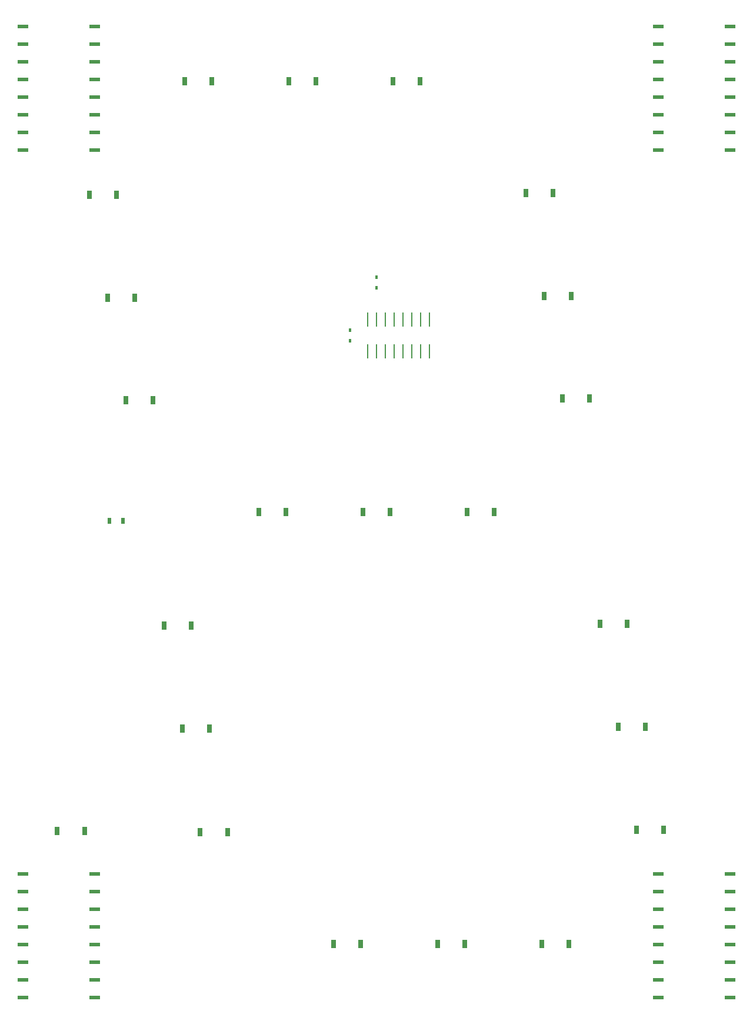
<source format=gtp>
G04 #@! TF.FileFunction,Paste,Top*
%FSLAX45Y45*%
G04 Gerber Fmt 4.5, Leading zero omitted, Abs format (unit mm)*
G04 Created by KiCad (PCBNEW (2015-01-16 BZR 5376)-product) date 3/22/2015 17:44:56*
%MOMM*%
G01*
G04 APERTURE LIST*
%ADD10C,0.254000*%
%ADD11R,0.793600X1.193600*%
%ADD12R,1.498600X0.609600*%
%ADD13R,0.445200X0.495200*%
%ADD14R,0.593600X0.843600*%
%ADD15R,0.254000X2.133600*%
G04 APERTURE END LIST*
D10*
D11*
X8943948Y6009653D03*
X8553948Y6009653D03*
D12*
X247650Y635000D03*
X247650Y889000D03*
X247650Y1143000D03*
X247650Y1397000D03*
X247650Y1651000D03*
X247650Y1905000D03*
X247650Y2159000D03*
X247650Y2413000D03*
X1276350Y635000D03*
X1276350Y889000D03*
X1276350Y1143000D03*
X1276350Y1397000D03*
X1276350Y1651000D03*
X1276350Y1905000D03*
X1276350Y2159000D03*
X1276350Y2413000D03*
D13*
X4953000Y10235000D03*
X4953000Y10085000D03*
D14*
X1487500Y7493000D03*
X1687500Y7493000D03*
D12*
X10420350Y14605000D03*
X10420350Y14351000D03*
X10420350Y14097000D03*
X10420350Y13843000D03*
X10420350Y13589000D03*
X10420350Y13335000D03*
X10420350Y13081000D03*
X10420350Y12827000D03*
X9391650Y14605000D03*
X9391650Y14351000D03*
X9391650Y14097000D03*
X9391650Y13843000D03*
X9391650Y13589000D03*
X9391650Y13335000D03*
X9391650Y13081000D03*
X9391650Y12827000D03*
X10420350Y2413000D03*
X10420350Y2159000D03*
X10420350Y1905000D03*
X10420350Y1651000D03*
X10420350Y1397000D03*
X10420350Y1143000D03*
X10420350Y889000D03*
X10420350Y635000D03*
X9391650Y2413000D03*
X9391650Y2159000D03*
X9391650Y1905000D03*
X9391650Y1651000D03*
X9391650Y1397000D03*
X9391650Y1143000D03*
X9391650Y889000D03*
X9391650Y635000D03*
X247650Y12827000D03*
X247650Y13081000D03*
X247650Y13335000D03*
X247650Y13589000D03*
X247650Y13843000D03*
X247650Y14097000D03*
X247650Y14351000D03*
X247650Y14605000D03*
X1276350Y12827000D03*
X1276350Y13081000D03*
X1276350Y13335000D03*
X1276350Y13589000D03*
X1276350Y13843000D03*
X1276350Y14097000D03*
X1276350Y14351000D03*
X1276350Y14605000D03*
D13*
X5334000Y10847000D03*
X5334000Y10997000D03*
D15*
X5207000Y9927590D03*
X5334000Y9927590D03*
X5461000Y9927590D03*
X5588000Y9927590D03*
X5715000Y9927590D03*
X5842000Y9927590D03*
X5969000Y9927590D03*
X6096000Y9927590D03*
X6096000Y10392410D03*
X5969000Y10392410D03*
X5842000Y10392410D03*
X5715000Y10392410D03*
X5588000Y10392410D03*
X5461000Y10392410D03*
X5334000Y10392410D03*
X5207000Y10392410D03*
D11*
X7873645Y12208130D03*
X7483645Y12208130D03*
X5961945Y13816100D03*
X5571945Y13816100D03*
X4461990Y13816100D03*
X4071990Y13816100D03*
X2962035Y13816100D03*
X2572035Y13816100D03*
X2115105Y9226835D03*
X1725105Y9226835D03*
X1854640Y10703990D03*
X1464640Y10703990D03*
X1129670Y3033990D03*
X739670Y3033990D03*
X4028900Y7621120D03*
X3638900Y7621120D03*
X5529020Y7621120D03*
X5139020Y7621120D03*
X7029140Y7621120D03*
X6639140Y7621120D03*
X1594175Y12181145D03*
X1204175Y12181145D03*
X8134110Y10730960D03*
X7744110Y10730960D03*
X8394575Y9253790D03*
X8004575Y9253790D03*
X9205425Y4526745D03*
X8815425Y4526745D03*
X9466903Y3043838D03*
X9076903Y3043838D03*
X7712480Y1405430D03*
X8102480Y1405430D03*
X6212360Y1405430D03*
X6602360Y1405430D03*
X4712240Y1405430D03*
X5102240Y1405430D03*
X2274478Y5982713D03*
X2664478Y5982713D03*
X2925955Y4499805D03*
X2535955Y4499805D03*
X2797433Y3016898D03*
X3187433Y3016898D03*
M02*

</source>
